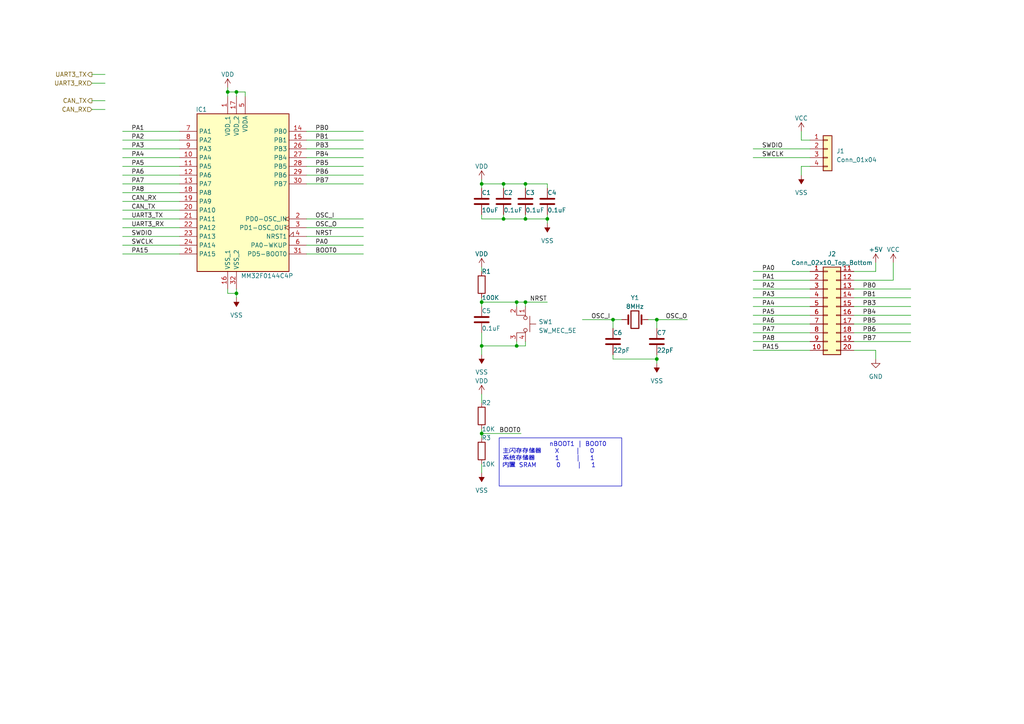
<source format=kicad_sch>
(kicad_sch (version 20230121) (generator eeschema)
  (paper "A4")
  (lib_symbols
    (symbol "John1175:C" (pin_numbers hide) (pin_names (offset 0.254))
      (property "Reference" "C" (at 0.635 2.54 0))
      (property "Value" "C" (at 0.635 -2.54 0))
      (symbol "C_0_1"
        (polyline (pts (xy -2.032 -0.762) (xy 2.032 -0.762)) (stroke (width 0.508)))
        (polyline (pts (xy -2.032 0.762) (xy 2.032 0.762)) (stroke (width 0.508)))
      )
      (symbol "C_1_1"
        (pin passive line (at 0 3.81 270) (length 2.794) (name "~") (number "1"))
        (pin passive line (at 0 -3.81 90) (length 2.794) (name "~") (number "2"))
      )
    )
    (symbol "John1175:Conn_01x04" (pin_names (offset 1.016) hide)
      (property "Reference" "J" (at 0 5.08 0))
      (property "Value" "Conn_01x04" (at 0 -7.62 0))
      (symbol "Conn_01x04_1_1"
        (rectangle (start -1.27 -4.953) (end 0 -5.207) (stroke (width 0.1524)))
        (rectangle (start -1.27 -2.413) (end 0 -2.667) (stroke (width 0.1524)))
        (rectangle (start -1.27 0.127) (end 0 -0.127) (stroke (width 0.1524)))
        (rectangle (start -1.27 2.667) (end 0 2.413) (stroke (width 0.1524)))
        (rectangle (start -1.27 3.81) (end 1.27 -6.35) (stroke (width 0.254)) (fill (type background)))
        (pin passive line (at -5.08 2.54 0) (length 3.81) (name "Pin_1") (number "1"))
        (pin passive line (at -5.08 0 0) (length 3.81) (name "Pin_2") (number "2"))
        (pin passive line (at -5.08 -2.54 0) (length 3.81) (name "Pin_3") (number "3"))
        (pin passive line (at -5.08 -5.08 0) (length 3.81) (name "Pin_4") (number "4"))
      )
    )
    (symbol "John1175:Conn_02x10_Top_Bottom" (pin_names (offset 1.016) hide)
      (property "Reference" "J" (at 1.27 12.7 0))
      (property "Value" "Conn_02x10_Top_Bottom" (at 1.27 -15.24 0))
      (symbol "Conn_02x10_Top_Bottom_1_1"
        (rectangle (start -1.27 -12.573) (end 0 -12.827) (stroke (width 0.1524)))
        (rectangle (start -1.27 -10.033) (end 0 -10.287) (stroke (width 0.1524)))
        (rectangle (start -1.27 -7.493) (end 0 -7.747) (stroke (width 0.1524)))
        (rectangle (start -1.27 -4.953) (end 0 -5.207) (stroke (width 0.1524)))
        (rectangle (start -1.27 -2.413) (end 0 -2.667) (stroke (width 0.1524)))
        (rectangle (start -1.27 0.127) (end 0 -0.127) (stroke (width 0.1524)))
        (rectangle (start -1.27 2.667) (end 0 2.413) (stroke (width 0.1524)))
        (rectangle (start -1.27 5.207) (end 0 4.953) (stroke (width 0.1524)))
        (rectangle (start -1.27 7.747) (end 0 7.493) (stroke (width 0.1524)))
        (rectangle (start -1.27 10.287) (end 0 10.033) (stroke (width 0.1524)))
        (rectangle (start -1.27 11.43) (end 3.81 -13.97) (stroke (width 0.254)) (fill (type background)))
        (rectangle (start 3.81 -12.573) (end 2.54 -12.827) (stroke (width 0.1524)))
        (rectangle (start 3.81 -10.033) (end 2.54 -10.287) (stroke (width 0.1524)))
        (rectangle (start 3.81 -7.493) (end 2.54 -7.747) (stroke (width 0.1524)))
        (rectangle (start 3.81 -4.953) (end 2.54 -5.207) (stroke (width 0.1524)))
        (rectangle (start 3.81 -2.413) (end 2.54 -2.667) (stroke (width 0.1524)))
        (rectangle (start 3.81 0.127) (end 2.54 -0.127) (stroke (width 0.1524)))
        (rectangle (start 3.81 2.667) (end 2.54 2.413) (stroke (width 0.1524)))
        (rectangle (start 3.81 5.207) (end 2.54 4.953) (stroke (width 0.1524)))
        (rectangle (start 3.81 7.747) (end 2.54 7.493) (stroke (width 0.1524)))
        (rectangle (start 3.81 10.287) (end 2.54 10.033) (stroke (width 0.1524)))
        (pin passive line (at -5.08 10.16 0) (length 3.81) (name "Pin_1") (number "1"))
        (pin passive line (at -5.08 -12.7 0) (length 3.81) (name "Pin_10") (number "10"))
        (pin passive line (at 7.62 10.16 180) (length 3.81) (name "Pin_11") (number "11"))
        (pin passive line (at 7.62 7.62 180) (length 3.81) (name "Pin_12") (number "12"))
        (pin passive line (at 7.62 5.08 180) (length 3.81) (name "Pin_13") (number "13"))
        (pin passive line (at 7.62 2.54 180) (length 3.81) (name "Pin_14") (number "14"))
        (pin passive line (at 7.62 0 180) (length 3.81) (name "Pin_15") (number "15"))
        (pin passive line (at 7.62 -2.54 180) (length 3.81) (name "Pin_16") (number "16"))
        (pin passive line (at 7.62 -5.08 180) (length 3.81) (name "Pin_17") (number "17"))
        (pin passive line (at 7.62 -7.62 180) (length 3.81) (name "Pin_18") (number "18"))
        (pin passive line (at 7.62 -10.16 180) (length 3.81) (name "Pin_19") (number "19"))
        (pin passive line (at -5.08 7.62 0) (length 3.81) (name "Pin_2") (number "2"))
        (pin passive line (at 7.62 -12.7 180) (length 3.81) (name "Pin_20") (number "20"))
        (pin passive line (at -5.08 5.08 0) (length 3.81) (name "Pin_3") (number "3"))
        (pin passive line (at -5.08 2.54 0) (length 3.81) (name "Pin_4") (number "4"))
        (pin passive line (at -5.08 0 0) (length 3.81) (name "Pin_5") (number "5"))
        (pin passive line (at -5.08 -2.54 0) (length 3.81) (name "Pin_6") (number "6"))
        (pin passive line (at -5.08 -5.08 0) (length 3.81) (name "Pin_7") (number "7"))
        (pin passive line (at -5.08 -7.62 0) (length 3.81) (name "Pin_8") (number "8"))
        (pin passive line (at -5.08 -10.16 0) (length 3.81) (name "Pin_9") (number "9"))
      )
    )
    (symbol "John1175:Crystal" (pin_numbers hide) (pin_names (offset 1.016) hide)
      (property "Reference" "Y" (at 0 3.81 0))
      (property "Value" "Crystal" (at 0 -3.81 0))
      (symbol "Crystal_0_1"
        (rectangle (start -1.143 2.54) (end 1.143 -2.54) (stroke (width 0.3048)))
        (polyline (pts (xy -2.54 0) (xy -1.905 0)))
        (polyline (pts (xy -1.905 -1.27) (xy -1.905 1.27)) (stroke (width 0.508)))
        (polyline (pts (xy 1.905 -1.27) (xy 1.905 1.27)) (stroke (width 0.508)))
        (polyline (pts (xy 2.54 0) (xy 1.905 0)))
      )
      (symbol "Crystal_1_1"
        (pin passive line (at -3.81 0 0) (length 1.27) (name "1") (number "1"))
        (pin passive line (at 3.81 0 180) (length 1.27) (name "2") (number "2"))
      )
    )
    (symbol "John1175:MM32F0144C4P"
      (property "Reference" "IC" (at 0 2.54 0))
      (property "Value" "MM32F0144C4P" (at 12.7 -45.72 0))
      (symbol "MM32F0144C4P_1_1"
        (rectangle (start 0 0) (end 26.67 -45.72) (stroke (width 0.254)) (fill (type background)))
        (pin power_in line (at 8.89 5.08 270) (length 5.08) (name "VDD_1") (number "1"))
        (pin passive line (at -5.08 -12.7 0) (length 5.08) (name "PA4") (number "10"))
        (pin passive line (at -5.08 -15.24 0) (length 5.08) (name "PA5") (number "11"))
        (pin passive line (at -5.08 -17.78 0) (length 5.08) (name "PA6") (number "12"))
        (pin passive line (at -5.08 -20.32 0) (length 5.08) (name "PA7") (number "13"))
        (pin passive line (at 31.75 -5.08 180) (length 5.08) (name "PB0") (number "14"))
        (pin passive line (at 31.75 -7.62 180) (length 5.08) (name "PB1") (number "15"))
        (pin passive line (at 8.89 -50.8 90) (length 5.08) (name "VSS_1") (number "16"))
        (pin power_in line (at 11.43 5.08 270) (length 5.08) (name "VDD_2") (number "17"))
        (pin passive line (at -5.08 -22.86 0) (length 5.08) (name "PA8") (number "18"))
        (pin passive line (at -5.08 -25.4 0) (length 5.08) (name "PA9") (number "19"))
        (pin passive clock (at 31.75 -30.48 180) (length 5.08) (name "PD0-OSC_IN") (number "2"))
        (pin passive line (at -5.08 -27.94 0) (length 5.08) (name "PA10") (number "20"))
        (pin passive line (at -5.08 -30.48 0) (length 5.08) (name "PA11") (number "21"))
        (pin passive line (at -5.08 -33.02 0) (length 5.08) (name "PA12") (number "22"))
        (pin passive line (at -5.08 -35.56 0) (length 5.08) (name "PA13") (number "23"))
        (pin passive line (at -5.08 -38.1 0) (length 5.08) (name "PA14") (number "24"))
        (pin passive line (at -5.08 -40.64 0) (length 5.08) (name "PA15") (number "25"))
        (pin passive line (at 31.75 -10.16 180) (length 5.08) (name "PB3") (number "26"))
        (pin passive line (at 31.75 -12.7 180) (length 5.08) (name "PB4") (number "27"))
        (pin passive line (at 31.75 -15.24 180) (length 5.08) (name "PB5") (number "28"))
        (pin passive line (at 31.75 -17.78 180) (length 5.08) (name "PB6") (number "29"))
        (pin passive clock (at 31.75 -33.02 180) (length 5.08) (name "PD1-OSC_OUT") (number "3"))
        (pin passive line (at 31.75 -20.32 180) (length 5.08) (name "PB7") (number "30"))
        (pin passive line (at 31.75 -40.64 180) (length 5.08) (name "PD5-BOOT0") (number "31"))
        (pin passive line (at 11.43 -50.8 90) (length 5.08) (name "VSS_2") (number "32"))
        (pin passive input_low (at 31.75 -35.56 180) (length 5.08) (name "NRST1") (number "4"))
        (pin power_in line (at 13.97 5.08 270) (length 5.08) (name "VDDA") (number "5"))
        (pin passive line (at 31.75 -38.1 180) (length 5.08) (name "PA0-WKUP") (number "6"))
        (pin passive line (at -5.08 -5.08 0) (length 5.08) (name "PA1") (number "7"))
        (pin passive line (at -5.08 -7.62 0) (length 5.08) (name "PA2") (number "8"))
        (pin passive line (at -5.08 -10.16 0) (length 5.08) (name "PA3") (number "9"))
      )
    )
    (symbol "John1175:R" (pin_numbers hide) (pin_names (offset 0))
      (property "Reference" "R" (at 2.032 0 90))
      (property "Value" "R" (at 0 0 90))
      (symbol "R_0_1"
        (rectangle (start -1.016 -2.54) (end 1.016 2.54) (stroke (width 0.254)))
      )
      (symbol "R_1_1"
        (pin passive line (at 0 3.81 270) (length 1.27) (name "~") (number "1"))
        (pin passive line (at 0 -3.81 90) (length 1.27) (name "~") (number "2"))
      )
    )
    (symbol "John1175:SW_MEC_5E" (pin_names (offset 1.016) hide)
      (property "Reference" "SW" (at 0.635 5.715 0))
      (property "Value" "SW_MEC_5E" (at 0 -3.175 0))
      (symbol "SW_MEC_5E_0_1"
        (circle (center -1.778 2.54) (radius 0.508))
        (polyline (pts (xy -2.286 3.81) (xy 2.286 3.81)))
        (polyline (pts (xy 0 3.81) (xy 0 5.588)))
        (polyline (pts (xy -2.54 0) (xy -2.54 2.54) (xy -2.286 2.54)))
        (polyline (pts (xy 2.54 0) (xy 2.54 2.54) (xy 2.286 2.54)))
        (circle (center 1.778 2.54) (radius 0.508))
        (pin passive line (at -5.08 2.54 0) (length 2.54) (name "1") (number "1"))
        (pin passive line (at -5.08 0 0) (length 2.54) (name "2") (number "2"))
        (pin passive line (at 5.08 0 180) (length 2.54) (name "K") (number "3"))
        (pin passive line (at 5.08 2.54 180) (length 2.54) (name "A") (number "4"))
      )
    )
    (symbol "PCM_4ms_Power-symbol:GND" (power) (pin_names (offset 0))
      (property "Value" "GND" (at 0 -3.81 0))
      (symbol "GND_0_1"
        (polyline (pts (xy 0 0) (xy 0 -1.27) (xy 1.27 -1.27) (xy 0 -2.54) (xy -1.27 -1.27) (xy 0 -1.27)))
      )
      (symbol "GND_1_1"
        (pin power_in line (at 0 0 270) (length 0) hide (name "GND") (number "1"))
      )
    )
    (symbol "power:+5V" (power) (pin_names (offset 0))
      (property "Value" "+5V" (at 0 3.556 0))
      (symbol "+5V_0_1"
        (polyline (pts (xy -0.762 1.27) (xy 0 2.54)))
        (polyline (pts (xy 0 0) (xy 0 2.54)))
        (polyline (pts (xy 0 2.54) (xy 0.762 1.27)))
      )
      (symbol "+5V_1_1"
        (pin power_in line (at 0 0 90) (length 0) hide (name "+5V") (number "1"))
      )
    )
    (symbol "power:VCC" (power) (pin_names (offset 0))
      (property "Value" "VCC" (at 0 3.81 0))
      (symbol "VCC_0_1"
        (polyline (pts (xy -0.762 1.27) (xy 0 2.54)))
        (polyline (pts (xy 0 0) (xy 0 2.54)))
        (polyline (pts (xy 0 2.54) (xy 0.762 1.27)))
      )
      (symbol "VCC_1_1"
        (pin power_in line (at 0 0 90) (length 0) hide (name "VCC") (number "1"))
      )
    )
    (symbol "power:VDD" (power) (pin_names (offset 0))
      (property "Value" "VDD" (at 0 3.81 0))
      (symbol "VDD_0_1"
        (polyline (pts (xy -0.762 1.27) (xy 0 2.54)))
        (polyline (pts (xy 0 0) (xy 0 2.54)))
        (polyline (pts (xy 0 2.54) (xy 0.762 1.27)))
      )
      (symbol "VDD_1_1"
        (pin power_in line (at 0 0 90) (length 0) hide (name "VDD") (number "1"))
      )
    )
    (symbol "power:VSS" (power) (pin_names (offset 0))
      (property "Value" "VSS" (at 0 3.81 0))
      (symbol "VSS_0_1"
        (polyline (pts (xy 0 0) (xy 0 2.54)))
        (polyline (pts (xy 0.762 1.27) (xy -0.762 1.27) (xy 0 2.54) (xy 0.762 1.27)) (fill (type outline)))
      )
      (symbol "VSS_1_1"
        (pin power_in line (at 0 0 90) (length 0) hide (name "VSS") (number "1"))
      )
    )
  )
  (junction (at 139.7 100.33))
  (junction (at 139.7 125.73))
  (junction (at 190.5 104.14))
  (junction (at 139.7 53.34))
  (junction (at 139.7 87.63))
  (junction (at 152.4 87.63))
  (junction (at 190.5 92.71))
  (junction (at 152.4 53.34))
  (junction (at 149.86 100.33))
  (junction (at 146.05 53.34))
  (junction (at 68.58 85.09))
  (junction (at 158.75 63.5))
  (junction (at 152.4 63.5))
  (junction (at 146.05 63.5))
  (junction (at 66.04 26.67))
  (junction (at 177.8 92.71))
  (junction (at 149.86 87.63))
  (junction (at 68.58 26.67))
  (wire (pts (xy 247.65 91.44) (xy 264.16 91.44)))
  (wire (pts (xy 218.44 45.72) (xy 234.95 45.72)))
  (wire (pts (xy 259.08 76.2) (xy 259.08 81.28)))
  (wire (pts (xy 247.65 83.82) (xy 264.16 83.82)))
  (wire (pts (xy 88.9 43.18) (xy 105.41 43.18)))
  (wire (pts (xy 35.56 71.12) (xy 52.07 71.12)))
  (wire (pts (xy 218.44 86.36) (xy 234.95 86.36)))
  (wire (pts (xy 66.04 83.82) (xy 66.04 85.09)))
  (wire (pts (xy 218.44 99.06) (xy 234.95 99.06)))
  (wire (pts (xy 139.7 87.63) (xy 139.7 88.9)))
  (wire (pts (xy 149.86 87.63) (xy 152.4 87.63)))
  (wire (pts (xy 254 76.2) (xy 254 78.74)))
  (wire (pts (xy 218.44 43.18) (xy 234.95 43.18)))
  (wire (pts (xy 218.44 93.98) (xy 234.95 93.98)))
  (wire (pts (xy 177.8 102.87) (xy 177.8 104.14)))
  (wire (pts (xy 88.9 71.12) (xy 105.41 71.12)))
  (wire (pts (xy 35.56 60.96) (xy 52.07 60.96)))
  (wire (pts (xy 158.75 53.34) (xy 152.4 53.34)))
  (wire (pts (xy 88.9 63.5) (xy 105.41 63.5)))
  (wire (pts (xy 68.58 85.09) (xy 68.58 83.82)))
  (wire (pts (xy 88.9 48.26) (xy 105.41 48.26)))
  (wire (pts (xy 66.04 26.67) (xy 66.04 27.94)))
  (wire (pts (xy 152.4 62.23) (xy 152.4 63.5)))
  (wire (pts (xy 190.5 102.87) (xy 190.5 104.14)))
  (wire (pts (xy 35.56 68.58) (xy 52.07 68.58)))
  (wire (pts (xy 139.7 86.36) (xy 139.7 87.63)))
  (wire (pts (xy 26.67 29.21) (xy 30.48 29.21)))
  (wire (pts (xy 139.7 125.73) (xy 151.13 125.73)))
  (wire (pts (xy 88.9 68.58) (xy 105.41 68.58)))
  (wire (pts (xy 177.8 104.14) (xy 190.5 104.14)))
  (wire (pts (xy 88.9 73.66) (xy 105.41 73.66)))
  (wire (pts (xy 146.05 54.61) (xy 146.05 53.34)))
  (wire (pts (xy 139.7 52.07) (xy 139.7 53.34)))
  (wire (pts (xy 68.58 85.09) (xy 68.58 86.36)))
  (wire (pts (xy 88.9 50.8) (xy 105.41 50.8)))
  (wire (pts (xy 146.05 53.34) (xy 139.7 53.34)))
  (wire (pts (xy 152.4 54.61) (xy 152.4 53.34)))
  (wire (pts (xy 68.58 26.67) (xy 71.12 26.67)))
  (wire (pts (xy 232.41 40.64) (xy 234.95 40.64)))
  (wire (pts (xy 88.9 53.34) (xy 105.41 53.34)))
  (wire (pts (xy 139.7 125.73) (xy 139.7 127)))
  (wire (pts (xy 139.7 114.3) (xy 139.7 116.84)))
  (wire (pts (xy 247.65 78.74) (xy 254 78.74)))
  (wire (pts (xy 190.5 92.71) (xy 190.5 95.25)))
  (wire (pts (xy 247.65 88.9) (xy 264.16 88.9)))
  (wire (pts (xy 187.96 92.71) (xy 190.5 92.71)))
  (wire (pts (xy 218.44 88.9) (xy 234.95 88.9)))
  (wire (pts (xy 158.75 62.23) (xy 158.75 63.5)))
  (wire (pts (xy 35.56 53.34) (xy 52.07 53.34)))
  (wire (pts (xy 68.58 27.94) (xy 68.58 26.67)))
  (wire (pts (xy 232.41 38.1) (xy 232.41 40.64)))
  (wire (pts (xy 152.4 100.33) (xy 149.86 100.33)))
  (wire (pts (xy 232.41 48.26) (xy 232.41 50.8)))
  (wire (pts (xy 218.44 81.28) (xy 234.95 81.28)))
  (wire (pts (xy 66.04 85.09) (xy 68.58 85.09)))
  (wire (pts (xy 146.05 63.5) (xy 152.4 63.5)))
  (wire (pts (xy 139.7 53.34) (xy 139.7 54.61)))
  (wire (pts (xy 146.05 62.23) (xy 146.05 63.5)))
  (wire (pts (xy 254 101.6) (xy 254 104.14)))
  (wire (pts (xy 35.56 55.88) (xy 52.07 55.88)))
  (wire (pts (xy 168.91 92.71) (xy 177.8 92.71)))
  (wire (pts (xy 71.12 27.94) (xy 71.12 26.67)))
  (wire (pts (xy 66.04 26.67) (xy 68.58 26.67)))
  (wire (pts (xy 35.56 73.66) (xy 52.07 73.66)))
  (wire (pts (xy 218.44 101.6) (xy 234.95 101.6)))
  (wire (pts (xy 218.44 91.44) (xy 234.95 91.44)))
  (wire (pts (xy 35.56 63.5) (xy 52.07 63.5)))
  (wire (pts (xy 218.44 83.82) (xy 234.95 83.82)))
  (wire (pts (xy 139.7 100.33) (xy 139.7 102.87)))
  (wire (pts (xy 152.4 87.63) (xy 158.75 87.63)))
  (wire (pts (xy 139.7 63.5) (xy 146.05 63.5)))
  (wire (pts (xy 247.65 81.28) (xy 259.08 81.28)))
  (wire (pts (xy 152.4 87.63) (xy 152.4 88.9)))
  (wire (pts (xy 35.56 40.64) (xy 52.07 40.64)))
  (wire (pts (xy 158.75 54.61) (xy 158.75 53.34)))
  (wire (pts (xy 152.4 63.5) (xy 158.75 63.5)))
  (wire (pts (xy 88.9 45.72) (xy 105.41 45.72)))
  (wire (pts (xy 26.67 21.59) (xy 30.48 21.59)))
  (wire (pts (xy 35.56 58.42) (xy 52.07 58.42)))
  (wire (pts (xy 149.86 87.63) (xy 149.86 88.9)))
  (wire (pts (xy 35.56 45.72) (xy 52.07 45.72)))
  (wire (pts (xy 139.7 100.33) (xy 149.86 100.33)))
  (wire (pts (xy 152.4 53.34) (xy 146.05 53.34)))
  (wire (pts (xy 35.56 66.04) (xy 52.07 66.04)))
  (wire (pts (xy 218.44 96.52) (xy 234.95 96.52)))
  (wire (pts (xy 149.86 99.06) (xy 149.86 100.33)))
  (wire (pts (xy 26.67 24.13) (xy 30.48 24.13)))
  (wire (pts (xy 139.7 124.46) (xy 139.7 125.73)))
  (wire (pts (xy 177.8 92.71) (xy 177.8 95.25)))
  (wire (pts (xy 139.7 87.63) (xy 149.86 87.63)))
  (wire (pts (xy 139.7 62.23) (xy 139.7 63.5)))
  (wire (pts (xy 247.65 96.52) (xy 264.16 96.52)))
  (wire (pts (xy 177.8 92.71) (xy 180.34 92.71)))
  (wire (pts (xy 139.7 134.62) (xy 139.7 137.16)))
  (wire (pts (xy 247.65 99.06) (xy 264.16 99.06)))
  (wire (pts (xy 88.9 40.64) (xy 105.41 40.64)))
  (wire (pts (xy 35.56 38.1) (xy 52.07 38.1)))
  (wire (pts (xy 139.7 77.47) (xy 139.7 78.74)))
  (wire (pts (xy 139.7 96.52) (xy 139.7 100.33)))
  (wire (pts (xy 35.56 48.26) (xy 52.07 48.26)))
  (wire (pts (xy 190.5 104.14) (xy 190.5 105.41)))
  (wire (pts (xy 152.4 99.06) (xy 152.4 100.33)))
  (wire (pts (xy 234.95 48.26) (xy 232.41 48.26)))
  (wire (pts (xy 35.56 43.18) (xy 52.07 43.18)))
  (wire (pts (xy 190.5 92.71) (xy 199.39 92.71)))
  (wire (pts (xy 35.56 50.8) (xy 52.07 50.8)))
  (wire (pts (xy 247.65 86.36) (xy 264.16 86.36)))
  (wire (pts (xy 247.65 101.6) (xy 254 101.6)))
  (wire (pts (xy 218.44 78.74) (xy 234.95 78.74)))
  (wire (pts (xy 26.67 31.75) (xy 30.48 31.75)))
  (wire (pts (xy 88.9 66.04) (xy 105.41 66.04)))
  (wire (pts (xy 158.75 63.5) (xy 158.75 64.77)))
  (wire (pts (xy 247.65 93.98) (xy 264.16 93.98)))
  (wire (pts (xy 66.04 25.4) (xy 66.04 26.67)))
  (wire (pts (xy 88.9 38.1) (xy 105.41 38.1)))
  (text_box "              nBOOT1 | BOOT0 \n主闪存存储器    X     |   0\n系统存储器      1     |   1\n内置 SRAM      0     |   1" (at 144.78 127 0) (size 35.56 13.97) (effects (font (size 1.27 1.27)) (justify left top)))
  (label "PA6" (at 220.98 93.98 0))
  (label "SWCLK" (at 38.1 71.12 0))
  (label "PA8" (at 220.98 99.06 0))
  (label "PA0" (at 220.98 78.74 0))
  (label "PA0" (at 91.44 71.12 0))
  (label "PA8" (at 38.1 55.88 0))
  (label "PB5" (at 91.44 48.26 0))
  (label "PB5" (at 250.19 93.98 0))
  (label "BOOT0" (at 144.78 125.73 0))
  (label "OSC_I" (at 91.44 63.5 0))
  (label "OSC_O" (at 193.04 92.71 0))
  (label "PA7" (at 38.1 53.34 0))
  (label "UART3_RX" (at 38.1 66.04 0))
  (label "PB1" (at 250.19 86.36 0))
  (label "OSC_I" (at 171.45 92.71 0))
  (label "PA6" (at 38.1 50.8 0))
  (label "PB7" (at 250.19 99.06 0))
  (label "PA3" (at 220.98 86.36 0))
  (label "PA1" (at 220.98 81.28 0))
  (label "PA3" (at 38.1 43.18 0))
  (label "PB6" (at 91.44 50.8 0))
  (label "PA15" (at 220.98 101.6 0))
  (label "SWCLK" (at 220.98 45.72 0))
  (label "NRST" (at 153.67 87.63 0))
  (label "PB4" (at 91.44 45.72 0))
  (label "PB3" (at 91.44 43.18 0))
  (label "CAN_RX" (at 38.1 58.42 0))
  (label "CAN_TX" (at 38.1 60.96 0))
  (label "SWDIO" (at 220.98 43.18 0))
  (label "PB1" (at 91.44 40.64 0))
  (label "PB6" (at 250.19 96.52 0))
  (label "PA5" (at 220.98 91.44 0))
  (label "PA5" (at 38.1 48.26 0))
  (label "PA4" (at 38.1 45.72 0))
  (label "PA7" (at 220.98 96.52 0))
  (label "PB0" (at 91.44 38.1 0))
  (label "SWDIO" (at 38.1 68.58 0))
  (label "PB4" (at 250.19 91.44 0))
  (label "PB7" (at 91.44 53.34 0))
  (label "PA15" (at 38.1 73.66 0))
  (label "PA4" (at 220.98 88.9 0))
  (label "OSC_O" (at 91.44 66.04 0))
  (label "PB3" (at 250.19 88.9 0))
  (label "PB0" (at 250.19 83.82 0))
  (label "PA2" (at 38.1 40.64 0))
  (label "PA2" (at 220.98 83.82 0))
  (label "UART3_TX" (at 38.1 63.5 0))
  (label "NRST" (at 91.44 68.58 0))
  (label "BOOT0" (at 91.44 73.66 0))
  (label "PA1" (at 38.1 38.1 0))
  (hierarchical_label "UART3_RX" (shape input) (at 26.67 24.13 180))
  (hierarchical_label "UART3_TX" (shape output) (at 26.67 21.59 180))
  (hierarchical_label "CAN_TX" (shape output) (at 26.67 29.21 180))
  (hierarchical_label "CAN_RX" (shape input) (at 26.67 31.75 180))
  (symbol (lib_id "power:VDD") (at 139.7 114.3 0) (unit 1)
    (property "Reference" "#PWR013" (effects hide))
    (property "Value" "VDD" (at 139.7 110.49 0))
  )
  (symbol (lib_id "John1175:C") (at 190.5 99.06 0) (unit 1)
    (property "Reference" "C7" (at 190.5 96.52 0) (effects (justify left)))
    (property "Value" "22pF" (at 190.5 101.6 0) (effects (justify left)))
    (property "Footprint" "Capacitor_SMD:C_0402_1005Metric_Pad0.74x0.62mm_HandSolder" (effects hide))
  )
  (symbol (lib_id "John1175:C") (at 139.7 58.42 0) (unit 1)
    (property "Reference" "C1" (at 139.7 55.88 0) (effects (justify left)))
    (property "Value" "10uF" (at 139.7 60.96 0) (effects (justify left)))
    (property "Footprint" "Capacitor_SMD:C_0603_1608Metric_Pad1.08x0.95mm_HandSolder" (effects hide))
  )
  (symbol (lib_id "John1175:R") (at 139.7 82.55 0) (unit 1)
    (property "Reference" "R1" (at 139.7 78.74 0) (effects (justify left)))
    (property "Value" "100K" (at 139.7 86.36 0) (effects (justify left)))
    (property "Footprint" "Resistor_SMD:R_0402_1005Metric_Pad0.72x0.64mm_HandSolder" (effects hide))
  )
  (symbol (lib_id "power:VSS") (at 190.5 105.41 180) (unit 1)
    (property "Reference" "#PWR012" (effects hide))
    (property "Value" "VSS" (at 190.5 110.49 0))
  )
  (symbol (lib_id "John1175:Conn_01x04") (at 240.03 43.18 0) (unit 1)
    (property "Reference" "J1" (at 242.57 43.815 0) (effects (justify left)))
    (property "Value" "Conn_01x04" (at 242.57 46.355 0) (effects (justify left)))
    (property "Footprint" "Connector_PinHeader_2.54mm:PinHeader_1x04_P2.54mm_Vertical" (effects hide))
  )
  (symbol (lib_id "John1175:MM32F0144C4P") (at 57.15 33.02 0) (unit 1)
    (property "Reference" "IC1" (at 58.42 31.75 0))
    (property "Value" "MM32F0144C4P" (at 77.47 80.01 0))
    (property "Footprint" "Package_QFP:LQFP-32_7x7mm_P0.8mm" (effects hide))
    (property "Datasheet" "https://www.mindmotion.com.cn/download/products/DS_MM32F0140_EN.pdf" (effects hide))
    (property "Height" "1.6" (effects hide))
    (property "Manufacturer_Name" "MindMotion Microelectronics" (effects hide))
    (property "Manufacturer_Part_Number" "MM32F0144C4P" (effects hide))
  )
  (symbol (lib_id "power:VSS") (at 139.7 102.87 180) (unit 1)
    (property "Reference" "#PWR010" (effects hide))
    (property "Value" "VSS" (at 139.7 107.95 0))
  )
  (symbol (lib_id "power:VDD") (at 139.7 52.07 0) (unit 1)
    (property "Reference" "#PWR04" (effects hide))
    (property "Value" "VDD" (at 139.7 48.26 0))
  )
  (symbol (lib_id "power:VDD") (at 139.7 77.47 0) (unit 1)
    (property "Reference" "#PWR08" (effects hide))
    (property "Value" "VDD" (at 139.7 73.66 0))
  )
  (symbol (lib_id "John1175:C") (at 177.8 99.06 0) (unit 1)
    (property "Reference" "C6" (at 177.8 96.52 0) (effects (justify left)))
    (property "Value" "22pF" (at 177.8 101.6 0) (effects (justify left)))
    (property "Footprint" "Capacitor_SMD:C_0402_1005Metric_Pad0.74x0.62mm_HandSolder" (effects hide))
  )
  (symbol (lib_id "John1175:R") (at 139.7 130.81 0) (unit 1)
    (property "Reference" "R3" (at 139.7 127 0) (effects (justify left)))
    (property "Value" "10K" (at 139.7 134.62 0) (effects (justify left)))
    (property "Footprint" "Resistor_SMD:R_0402_1005Metric_Pad0.72x0.64mm_HandSolder" (effects hide))
  )
  (symbol (lib_id "John1175:C") (at 152.4 58.42 0) (unit 1)
    (property "Reference" "C3" (at 152.4 55.88 0) (effects (justify left)))
    (property "Value" "0.1uF" (at 152.4 60.96 0) (effects (justify left)))
    (property "Footprint" "Capacitor_SMD:C_0402_1005Metric_Pad0.74x0.62mm_HandSolder" (effects hide))
  )
  (symbol (lib_id "John1175:R") (at 139.7 120.65 0) (unit 1) (in_bom no)
    (property "Reference" "R2" (at 139.7 116.84 0) (effects (justify left)))
    (property "Value" "10K" (at 139.7 124.46 0) (effects (justify left)))
    (property "Footprint" "Resistor_SMD:R_0402_1005Metric_Pad0.72x0.64mm_HandSolder" (effects hide))
  )
  (symbol (lib_id "power:VCC") (at 259.08 76.2 0) (unit 1)
    (property "Reference" "#PWR08" (effects hide))
    (property "Value" "VCC" (at 259.08 72.39 0))
    (instances (project "MM32F0140_CAN_Core" (path "" (reference "#PWR08") (unit 1)) (path "" (reference "#PWR07") (unit 1))))
  )
  (symbol (lib_id "PCM_4ms_Power-symbol:GND") (at 254 104.14 0) (unit 1)
    (property "Reference" "#PWR017" (effects hide))
    (property "Value" "GND" (at 254 109.22 0))
    (instances (project "MM32F0140_CAN_Core" (path "" (reference "#PWR017") (unit 1)) (path "" (reference "#PWR011") (unit 1))))
  )
  (symbol (lib_id "power:VSS") (at 232.41 50.8 180) (unit 1)
    (property "Reference" "#PWR03" (effects hide))
    (property "Value" "VSS" (at 232.41 55.88 0))
  )
  (symbol (lib_id "power:+5V") (at 254 76.2 0) (unit 1)
    (property "Reference" "#PWR06" (effects hide))
    (property "Value" "+5V" (at 254 72.39 0))
    (instances (project "MM32F0140_CAN_Core" (path "" (reference "#PWR06") (unit 1)) (path "" (reference "#PWR07") (unit 1))))
  )
  (symbol (lib_id "power:VSS") (at 158.75 64.77 180) (unit 1)
    (property "Reference" "#PWR05" (effects hide))
    (property "Value" "VSS" (at 158.75 69.85 0))
  )
  (symbol (lib_id "power:VDD") (at 66.04 25.4 0) (unit 1)
    (property "Reference" "#PWR01" (effects hide))
    (property "Value" "VDD" (at 66.04 21.59 0))
  )
  (symbol (lib_id "power:VCC") (at 232.41 38.1 0) (unit 1)
    (property "Reference" "#PWR08" (effects hide))
    (property "Value" "VCC" (at 232.41 34.29 0))
    (instances (project "MM32F0140_CAN_Core" (path "" (reference "#PWR08") (unit 1)) (path "" (reference "#PWR02") (unit 1))))
  )
  (symbol (lib_id "John1175:C") (at 158.75 58.42 0) (unit 1)
    (property "Reference" "C4" (at 158.75 55.88 0) (effects (justify left)))
    (property "Value" "0.1uF" (at 158.75 60.96 0) (effects (justify left)))
    (property "Footprint" "Capacitor_SMD:C_0402_1005Metric_Pad0.74x0.62mm_HandSolder" (effects hide))
  )
  (symbol (lib_id "John1175:C") (at 146.05 58.42 0) (unit 1)
    (property "Reference" "C2" (at 146.05 55.88 0) (effects (justify left)))
    (property "Value" "0.1uF" (at 146.05 60.96 0) (effects (justify left)))
    (property "Footprint" "Capacitor_SMD:C_0402_1005Metric_Pad0.74x0.62mm_HandSolder" (effects hide))
  )
  (symbol (lib_id "power:VSS") (at 68.58 86.36 180) (unit 1)
    (property "Reference" "#PWR09" (effects hide))
    (property "Value" "VSS" (at 68.58 91.44 0))
  )
  (symbol (lib_id "power:VSS") (at 139.7 137.16 180) (unit 1)
    (property "Reference" "#PWR014" (effects hide))
    (property "Value" "VSS" (at 139.7 142.24 0))
  )
  (symbol (lib_id "John1175:C") (at 139.7 92.71 0) (unit 1)
    (property "Reference" "C5" (at 139.7 90.17 0) (effects (justify left)))
    (property "Value" "0.1uF" (at 139.7 95.25 0) (effects (justify left)))
    (property "Footprint" "Capacitor_SMD:C_0402_1005Metric_Pad0.74x0.62mm_HandSolder" (effects hide))
  )
  (symbol (lib_id "John1175:SW_MEC_5E") (at 149.86 93.98 270) (unit 1)
    (property "Reference" "SW1" (at 156.21 93.345 90) (effects (justify left)))
    (property "Value" "SW_MEC_5E" (at 156.21 95.885 90) (effects (justify left)))
    (property "Footprint" "Button_Switch_THT:SW_PUSH_6mm_H5mm" (effects hide))
    (property "Datasheet" "http://www.apem.com/int/index.php?controller=attachment&id_attachment=1371" (effects hide))
  )
  (symbol (lib_id "John1175:Crystal") (at 184.15 92.71 0) (unit 1)
    (property "Reference" "Y1" (at 184.15 86.36 0))
    (property "Value" "8MHz" (at 184.15 88.9 0))
    (property "Footprint" "Crystal:Crystal_HC49-U_Vertical" (effects hide))
  )
  (symbol (lib_id "John1175:Conn_02x10_Top_Bottom") (at 240.03 88.9 0) (unit 1)
    (property "Reference" "J2" (at 241.3 73.66 0))
    (property "Value" "Conn_02x10_Top_Bottom" (at 241.3 76.2 0))
    (property "Footprint" "Connector_PinHeader_2.54mm:PinHeader_2x10_P2.54mm_Vertical" (effects hide))
  )
)
</source>
